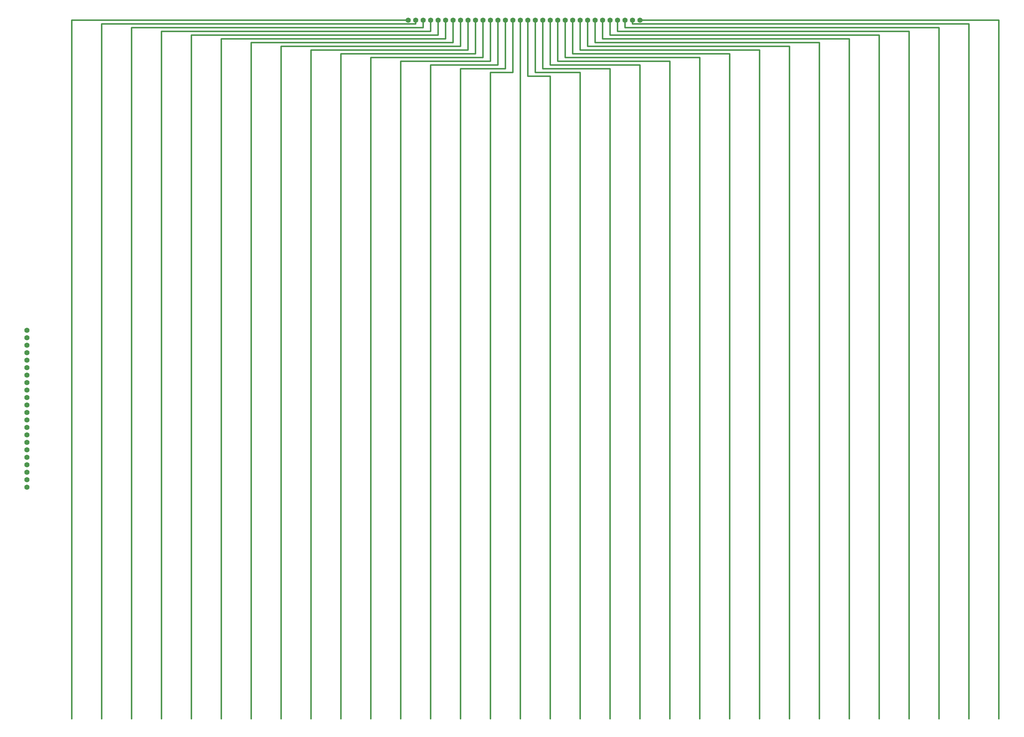
<source format=gbr>
%FSTAX24Y24*%
%MOIN*%
%IN LAYER1.GBR *%
%ADD10C,0.0100*%
%ADD11C,0.0200*%
%ADD12C,0.0700*%
G54D12*X0015Y0385D03*Y0345D03*Y0455D03*Y0365D03*Y0355D03*Y0335D03*
Y0395D03*Y0495D03*X0685Y095D03*X0785D03*X0015Y0405D03*Y0415D03*
Y0435D03*Y0445D03*Y0465D03*X0795Y095D03*X0705D03*X0725D03*X0675D03*
X0015Y0505D03*X0835Y095D03*X0735D03*X0635D03*X0595D03*X0575D03*
X0535D03*X0765D03*X0715D03*X0825D03*X0655D03*X0815D03*X0805D03*
X0015Y0475D03*X0745Y095D03*X0545D03*X0615D03*X0625D03*X0555D03*
X0665D03*X0605D03*X0695D03*X0755D03*X0565D03*X0645D03*X0585D03*
X0775D03*X0525D03*X0015Y0535D03*Y0325D03*Y0525D03*Y0515D03*Y0485D03*
Y0425D03*Y0375D03*G54D11*G01X0555Y095D02*Y0935D01*X0195*Y0015*
X0565Y095D02*Y093D01*X0235*Y0015*X0575Y095D02*Y0925D01*X0275*Y0015*
X0315D02*Y092D01*X0585*Y095*X0595D02*Y0915D01*X0355*Y0015*X0395D02*
Y091D01*X0605*Y095*X0435Y0015D02*Y0905D01*X0615*Y095*X0625Y0935D02*
Y095D01*Y09*X0475*Y0015*X0515D02*Y0895D01*X0635*Y095*X0555Y0015D02*
Y089D01*X0645*Y095*X0595Y0015D02*Y0885D01*X0655*Y095*X0635Y0015D02*
Y088D01*X0665*Y095*X1275Y0015D02*Y0945D01*X0825*Y095*X1235Y0025D02*
Y0015D01*Y094*X0815*Y095*X1155Y0025D02*Y0015D01*Y093*X0795*Y095*
X1075Y0015D02*Y092D01*X0775*Y095*X0745D02*Y0905D01*X0955*Y0015*
X0915D02*Y09D01*X0735*Y095*X0875Y0015D02*Y0895D01*X0725*Y095*
X0835Y0015D02*Y089D01*X0715*Y095*X0705D02*Y0885D01*X0795*Y0015*
X0995D02*Y091D01*X0755*Y095*X0525D02*X0075D01*Y0015*Y0855*X0535Y095D02*
Y0945D01*X0115*Y0015*X0675Y095D02*Y0015D01*X0755D02*Y088D01*X0695*Y095*
X0715Y0015D02*Y0875D01*X0685*Y095*X0155Y0015D02*Y094D01*X0545*Y095*
X1035Y0015D02*Y0915D01*X0765*Y095*X1115Y0015D02*Y0925D01*X0785*Y095*
X0805D02*Y0935D01*X1195*Y0015*Y0035*X0835Y095D02*X1315D01*Y0855*G54D10*
G01Y095D01*G54D11*G01Y0855D02*Y0015D01*
M02*
</source>
